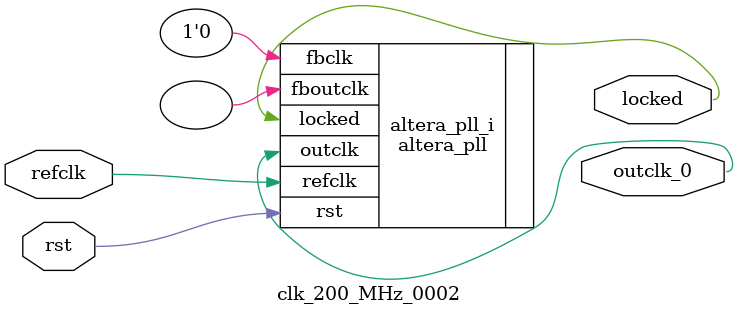
<source format=v>
`timescale 1ns/10ps
module  clk_200_MHz_0002(

	// interface 'refclk'
	input wire refclk,

	// interface 'reset'
	input wire rst,

	// interface 'outclk0'
	output wire outclk_0,

	// interface 'locked'
	output wire locked
);

	altera_pll #(
		.fractional_vco_multiplier("false"),
		.reference_clock_frequency("50.0 MHz"),
		.operation_mode("direct"),
		.number_of_clocks(1),
		.output_clock_frequency0("200.000000 MHz"),
		.phase_shift0("0 ps"),
		.duty_cycle0(50),
		.output_clock_frequency1("0 MHz"),
		.phase_shift1("0 ps"),
		.duty_cycle1(50),
		.output_clock_frequency2("0 MHz"),
		.phase_shift2("0 ps"),
		.duty_cycle2(50),
		.output_clock_frequency3("0 MHz"),
		.phase_shift3("0 ps"),
		.duty_cycle3(50),
		.output_clock_frequency4("0 MHz"),
		.phase_shift4("0 ps"),
		.duty_cycle4(50),
		.output_clock_frequency5("0 MHz"),
		.phase_shift5("0 ps"),
		.duty_cycle5(50),
		.output_clock_frequency6("0 MHz"),
		.phase_shift6("0 ps"),
		.duty_cycle6(50),
		.output_clock_frequency7("0 MHz"),
		.phase_shift7("0 ps"),
		.duty_cycle7(50),
		.output_clock_frequency8("0 MHz"),
		.phase_shift8("0 ps"),
		.duty_cycle8(50),
		.output_clock_frequency9("0 MHz"),
		.phase_shift9("0 ps"),
		.duty_cycle9(50),
		.output_clock_frequency10("0 MHz"),
		.phase_shift10("0 ps"),
		.duty_cycle10(50),
		.output_clock_frequency11("0 MHz"),
		.phase_shift11("0 ps"),
		.duty_cycle11(50),
		.output_clock_frequency12("0 MHz"),
		.phase_shift12("0 ps"),
		.duty_cycle12(50),
		.output_clock_frequency13("0 MHz"),
		.phase_shift13("0 ps"),
		.duty_cycle13(50),
		.output_clock_frequency14("0 MHz"),
		.phase_shift14("0 ps"),
		.duty_cycle14(50),
		.output_clock_frequency15("0 MHz"),
		.phase_shift15("0 ps"),
		.duty_cycle15(50),
		.output_clock_frequency16("0 MHz"),
		.phase_shift16("0 ps"),
		.duty_cycle16(50),
		.output_clock_frequency17("0 MHz"),
		.phase_shift17("0 ps"),
		.duty_cycle17(50),
		.pll_type("General"),
		.pll_subtype("General")
	) altera_pll_i (
		.rst	(rst),
		.outclk	({outclk_0}),
		.locked	(locked),
		.fboutclk	( ),
		.fbclk	(1'b0),
		.refclk	(refclk)
	);
endmodule


</source>
